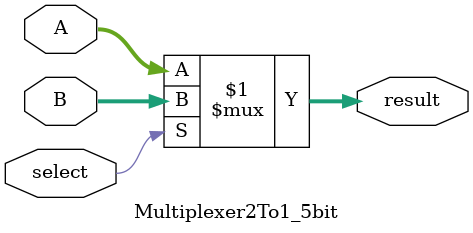
<source format=v>
`timescale 1ns / 1ps

module Multiplexer2To1_5bit(
		input [4:0]A, B,
		input select,
		output [4:0]result
    );

	assign result = select ? B : A;

endmodule

</source>
